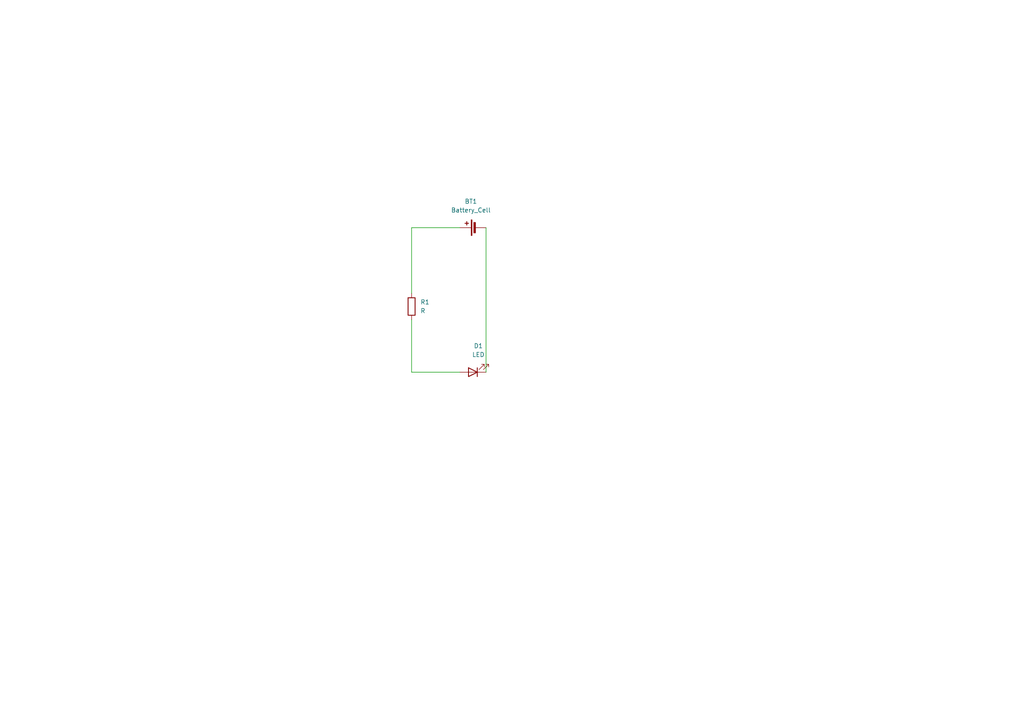
<source format=kicad_sch>
(kicad_sch (version 20231120) (generator "eeschema") (generator_version "8.0")
  (paper "A4")
  (lib_symbols
    (symbol "Device:Battery_Cell" (pin_numbers hide) (pin_names (offset 0) hide)
      (property "Reference" "BT" (at 2.54 2.54 0))
      (property "Value" "Battery_Cell" (at 2.54 0 0))
      (symbol "Battery_Cell_0_1"
        (rectangle (start -2.286 1.778) (end 2.286 1.524) (fill (type outline)))
        (rectangle (start -1.524 1.016) (end 1.524 0.508) (fill (type outline)))
        (polyline (pts (xy 0 0.762) (xy 0 0)))
        (polyline (pts (xy 0 1.778) (xy 0 2.54)))
        (polyline (pts (xy 0.762 3.048) (xy 1.778 3.048)) (stroke (width 0.254)))
        (polyline (pts (xy 1.27 3.556) (xy 1.27 2.54)) (stroke (width 0.254)))
      )
      (symbol "Battery_Cell_1_1"
        (pin passive line (at 0 5.08 270) (length 2.54) (name "+") (number "1"))
        (pin passive line (at 0 -2.54 90) (length 2.54) (name "-") (number "2"))
      )
    )
    (symbol "Device:LED" (pin_numbers hide) (pin_names (offset 1.016) hide)
      (property "Reference" "D" (at 0 2.54 0))
      (property "Value" "LED" (at 0 -2.54 0))
      (symbol "LED_0_1"
        (polyline (pts (xy -1.27 -1.27) (xy -1.27 1.27)) (stroke (width 0.254)))
        (polyline (pts (xy -1.27 0) (xy 1.27 0)))
        (polyline (pts (xy 1.27 -1.27) (xy 1.27 1.27) (xy -1.27 0) (xy 1.27 -1.27)) (stroke (width 0.254)))
        (polyline (pts (xy -3.048 -0.762) (xy -4.572 -2.286) (xy -3.81 -2.286) (xy -4.572 -2.286) (xy -4.572 -1.524)))
        (polyline (pts (xy -1.778 -0.762) (xy -3.302 -2.286) (xy -2.54 -2.286) (xy -3.302 -2.286) (xy -3.302 -1.524)))
      )
      (symbol "LED_1_1"
        (pin passive line (at -3.81 0 0) (length 2.54) (name "K") (number "1"))
        (pin passive line (at 3.81 0 180) (length 2.54) (name "A") (number "2"))
      )
    )
    (symbol "Device:R" (pin_numbers hide) (pin_names (offset 0))
      (property "Reference" "R" (at 2.032 0 90))
      (property "Value" "R" (at 0 0 90))
      (symbol "R_0_1"
        (rectangle (start -1.016 -2.54) (end 1.016 2.54) (stroke (width 0.254)))
      )
      (symbol "R_1_1"
        (pin passive line (at 0 3.81 270) (length 1.27) (name "~") (number "1"))
        (pin passive line (at 0 -3.81 90) (length 1.27) (name "~") (number "2"))
      )
    )
  )
  (wire (pts (xy 119.38 66.04) (xy 133.35 66.04)))
  (wire (pts (xy 133.35 107.95) (xy 119.38 107.95)))
  (wire (pts (xy 119.38 107.95) (xy 119.38 92.71)))
  (wire (pts (xy 119.38 85.09) (xy 119.38 66.04)))
  (wire (pts (xy 140.97 66.04) (xy 140.97 107.95)))
  (symbol (lib_id "Device:Battery_Cell") (at 138.43 66.04 90) (unit 1)
    (property "Reference" "BT1" (at 136.5885 58.42 90))
    (property "Value" "Battery_Cell" (at 136.5885 60.96 90))
    (property "Footprint" "Battery:BatteryHolder_Seiko_MS621F" (effects (hide yes)))
    (property "Description" "Single-cell battery" (effects (hide yes)))
  )
  (symbol (lib_id "Device:LED") (at 137.16 107.95 180) (unit 1)
    (property "Reference" "D1" (at 138.7475 100.33 0))
    (property "Value" "LED" (at 138.7475 102.87 0))
    (property "Footprint" "LED_SMD:LED_0805_2012Metric_Pad1.15x1.40mm_HandSolder" (effects (hide yes)))
    (property "Description" "Light emitting diode" (effects (hide yes)))
  )
  (symbol (lib_id "Device:R") (at 119.38 88.9 0) (unit 1)
    (property "Reference" "R1" (at 121.92 87.6299 0) (effects (justify left)))
    (property "Value" "R" (at 121.92 90.1699 0) (effects (justify left)))
    (property "Footprint" "LED_SMD:LED_0805_2012Metric_Pad1.15x1.40mm_HandSolder" (effects (hide yes)))
    (property "Description" "Resistor" (effects (hide yes)))
  )
)
</source>
